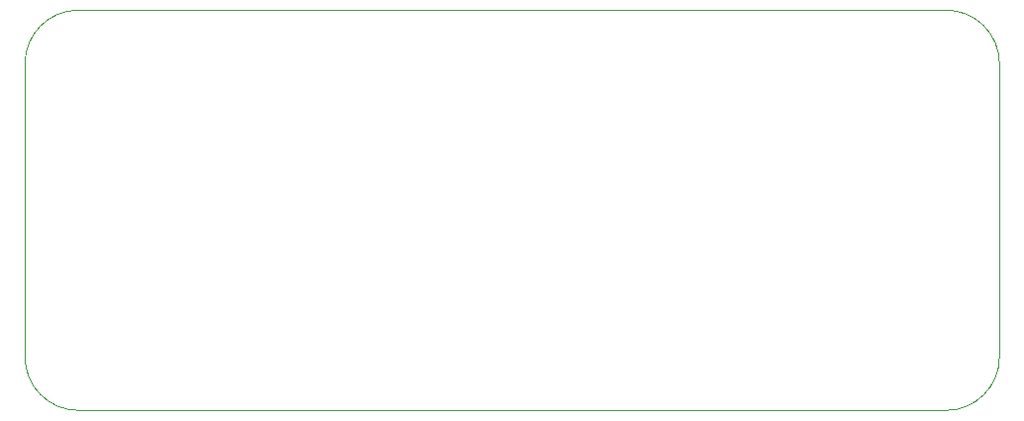
<source format=gm1>
G04 #@! TF.GenerationSoftware,KiCad,Pcbnew,7.0.5-0*
G04 #@! TF.CreationDate,2023-06-22T10:16:06+02:00*
G04 #@! TF.ProjectId,ps2_interface,7073325f-696e-4746-9572-666163652e6b,1.2*
G04 #@! TF.SameCoordinates,Original*
G04 #@! TF.FileFunction,Profile,NP*
%FSLAX46Y46*%
G04 Gerber Fmt 4.6, Leading zero omitted, Abs format (unit mm)*
G04 Created by KiCad (PCBNEW 7.0.5-0) date 2023-06-22 10:16:06*
%MOMM*%
%LPD*%
G01*
G04 APERTURE LIST*
G04 #@! TA.AperFunction,Profile*
%ADD10C,0.100000*%
G04 #@! TD*
G04 APERTURE END LIST*
D10*
X80264000Y-59944000D02*
X154432000Y-59944000D01*
X75692000Y-89662000D02*
X75692000Y-64516000D01*
X159004000Y-64516000D02*
G75*
G03*
X154432000Y-59944000I-4572000J0D01*
G01*
X154432000Y-94234000D02*
X80264000Y-94234000D01*
X80264000Y-59944000D02*
G75*
G03*
X75692000Y-64516000I0J-4572000D01*
G01*
X75692000Y-89662000D02*
G75*
G03*
X80264000Y-94234000I4572000J0D01*
G01*
X159004000Y-64516000D02*
X159004000Y-89662000D01*
X154432000Y-94234000D02*
G75*
G03*
X159004000Y-89662000I0J4572000D01*
G01*
M02*

</source>
